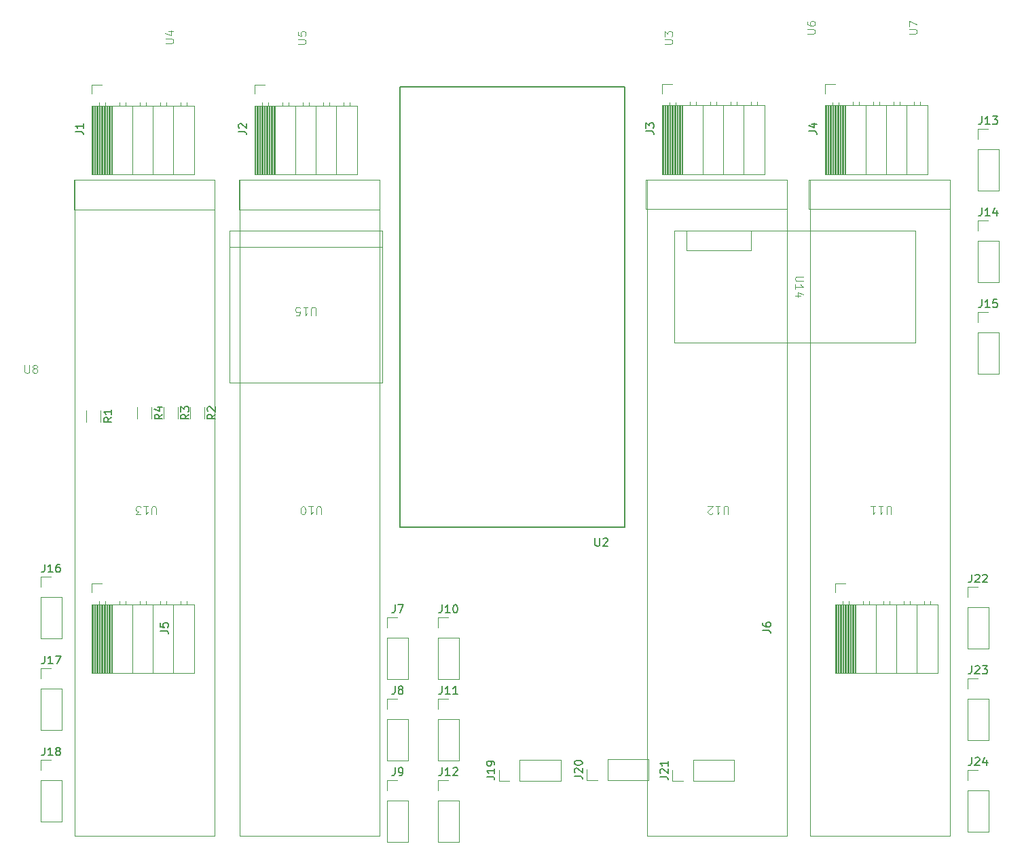
<source format=gbr>
%TF.GenerationSoftware,KiCad,Pcbnew,8.0.5*%
%TF.CreationDate,2024-10-30T17:58:27+01:00*%
%TF.ProjectId,Controller-BMU-Kombi,436f6e74-726f-46c6-9c65-722d424d552d,rev?*%
%TF.SameCoordinates,Original*%
%TF.FileFunction,Legend,Top*%
%TF.FilePolarity,Positive*%
%FSLAX46Y46*%
G04 Gerber Fmt 4.6, Leading zero omitted, Abs format (unit mm)*
G04 Created by KiCad (PCBNEW 8.0.5) date 2024-10-30 17:58:27*
%MOMM*%
%LPD*%
G01*
G04 APERTURE LIST*
%ADD10C,0.150000*%
%ADD11C,0.100000*%
%ADD12C,0.120000*%
%ADD13C,0.127000*%
G04 APERTURE END LIST*
D10*
X133810476Y-127934819D02*
X133810476Y-128649104D01*
X133810476Y-128649104D02*
X133762857Y-128791961D01*
X133762857Y-128791961D02*
X133667619Y-128887200D01*
X133667619Y-128887200D02*
X133524762Y-128934819D01*
X133524762Y-128934819D02*
X133429524Y-128934819D01*
X134810476Y-128934819D02*
X134239048Y-128934819D01*
X134524762Y-128934819D02*
X134524762Y-127934819D01*
X134524762Y-127934819D02*
X134429524Y-128077676D01*
X134429524Y-128077676D02*
X134334286Y-128172914D01*
X134334286Y-128172914D02*
X134239048Y-128220533D01*
X135429524Y-127934819D02*
X135524762Y-127934819D01*
X135524762Y-127934819D02*
X135620000Y-127982438D01*
X135620000Y-127982438D02*
X135667619Y-128030057D01*
X135667619Y-128030057D02*
X135715238Y-128125295D01*
X135715238Y-128125295D02*
X135762857Y-128315771D01*
X135762857Y-128315771D02*
X135762857Y-128553866D01*
X135762857Y-128553866D02*
X135715238Y-128744342D01*
X135715238Y-128744342D02*
X135667619Y-128839580D01*
X135667619Y-128839580D02*
X135620000Y-128887200D01*
X135620000Y-128887200D02*
X135524762Y-128934819D01*
X135524762Y-128934819D02*
X135429524Y-128934819D01*
X135429524Y-128934819D02*
X135334286Y-128887200D01*
X135334286Y-128887200D02*
X135286667Y-128839580D01*
X135286667Y-128839580D02*
X135239048Y-128744342D01*
X135239048Y-128744342D02*
X135191429Y-128553866D01*
X135191429Y-128553866D02*
X135191429Y-128315771D01*
X135191429Y-128315771D02*
X135239048Y-128125295D01*
X135239048Y-128125295D02*
X135286667Y-128030057D01*
X135286667Y-128030057D02*
X135334286Y-127982438D01*
X135334286Y-127982438D02*
X135429524Y-127934819D01*
X133810476Y-148254819D02*
X133810476Y-148969104D01*
X133810476Y-148969104D02*
X133762857Y-149111961D01*
X133762857Y-149111961D02*
X133667619Y-149207200D01*
X133667619Y-149207200D02*
X133524762Y-149254819D01*
X133524762Y-149254819D02*
X133429524Y-149254819D01*
X134810476Y-149254819D02*
X134239048Y-149254819D01*
X134524762Y-149254819D02*
X134524762Y-148254819D01*
X134524762Y-148254819D02*
X134429524Y-148397676D01*
X134429524Y-148397676D02*
X134334286Y-148492914D01*
X134334286Y-148492914D02*
X134239048Y-148540533D01*
X135191429Y-148350057D02*
X135239048Y-148302438D01*
X135239048Y-148302438D02*
X135334286Y-148254819D01*
X135334286Y-148254819D02*
X135572381Y-148254819D01*
X135572381Y-148254819D02*
X135667619Y-148302438D01*
X135667619Y-148302438D02*
X135715238Y-148350057D01*
X135715238Y-148350057D02*
X135762857Y-148445295D01*
X135762857Y-148445295D02*
X135762857Y-148540533D01*
X135762857Y-148540533D02*
X135715238Y-148683390D01*
X135715238Y-148683390D02*
X135143810Y-149254819D01*
X135143810Y-149254819D02*
X135762857Y-149254819D01*
X133810476Y-138094819D02*
X133810476Y-138809104D01*
X133810476Y-138809104D02*
X133762857Y-138951961D01*
X133762857Y-138951961D02*
X133667619Y-139047200D01*
X133667619Y-139047200D02*
X133524762Y-139094819D01*
X133524762Y-139094819D02*
X133429524Y-139094819D01*
X134810476Y-139094819D02*
X134239048Y-139094819D01*
X134524762Y-139094819D02*
X134524762Y-138094819D01*
X134524762Y-138094819D02*
X134429524Y-138237676D01*
X134429524Y-138237676D02*
X134334286Y-138332914D01*
X134334286Y-138332914D02*
X134239048Y-138380533D01*
X135762857Y-139094819D02*
X135191429Y-139094819D01*
X135477143Y-139094819D02*
X135477143Y-138094819D01*
X135477143Y-138094819D02*
X135381905Y-138237676D01*
X135381905Y-138237676D02*
X135286667Y-138332914D01*
X135286667Y-138332914D02*
X135191429Y-138380533D01*
D11*
X118078094Y-91802580D02*
X118078094Y-90993057D01*
X118078094Y-90993057D02*
X118030475Y-90897819D01*
X118030475Y-90897819D02*
X117982856Y-90850200D01*
X117982856Y-90850200D02*
X117887618Y-90802580D01*
X117887618Y-90802580D02*
X117697142Y-90802580D01*
X117697142Y-90802580D02*
X117601904Y-90850200D01*
X117601904Y-90850200D02*
X117554285Y-90897819D01*
X117554285Y-90897819D02*
X117506666Y-90993057D01*
X117506666Y-90993057D02*
X117506666Y-91802580D01*
X116506666Y-90802580D02*
X117078094Y-90802580D01*
X116792380Y-90802580D02*
X116792380Y-91802580D01*
X116792380Y-91802580D02*
X116887618Y-91659723D01*
X116887618Y-91659723D02*
X116982856Y-91564485D01*
X116982856Y-91564485D02*
X117078094Y-91516866D01*
X115601904Y-91802580D02*
X116078094Y-91802580D01*
X116078094Y-91802580D02*
X116125713Y-91326390D01*
X116125713Y-91326390D02*
X116078094Y-91374009D01*
X116078094Y-91374009D02*
X115982856Y-91421628D01*
X115982856Y-91421628D02*
X115744761Y-91421628D01*
X115744761Y-91421628D02*
X115649523Y-91374009D01*
X115649523Y-91374009D02*
X115601904Y-91326390D01*
X115601904Y-91326390D02*
X115554285Y-91231152D01*
X115554285Y-91231152D02*
X115554285Y-90993057D01*
X115554285Y-90993057D02*
X115601904Y-90897819D01*
X115601904Y-90897819D02*
X115649523Y-90850200D01*
X115649523Y-90850200D02*
X115744761Y-90802580D01*
X115744761Y-90802580D02*
X115982856Y-90802580D01*
X115982856Y-90802580D02*
X116078094Y-90850200D01*
X116078094Y-90850200D02*
X116125713Y-90897819D01*
X178842580Y-86981905D02*
X178033057Y-86981905D01*
X178033057Y-86981905D02*
X177937819Y-87029524D01*
X177937819Y-87029524D02*
X177890200Y-87077143D01*
X177890200Y-87077143D02*
X177842580Y-87172381D01*
X177842580Y-87172381D02*
X177842580Y-87362857D01*
X177842580Y-87362857D02*
X177890200Y-87458095D01*
X177890200Y-87458095D02*
X177937819Y-87505714D01*
X177937819Y-87505714D02*
X178033057Y-87553333D01*
X178033057Y-87553333D02*
X178842580Y-87553333D01*
X177842580Y-88553333D02*
X177842580Y-87981905D01*
X177842580Y-88267619D02*
X178842580Y-88267619D01*
X178842580Y-88267619D02*
X178699723Y-88172381D01*
X178699723Y-88172381D02*
X178604485Y-88077143D01*
X178604485Y-88077143D02*
X178556866Y-87981905D01*
X178509247Y-89410476D02*
X177842580Y-89410476D01*
X178890200Y-89172381D02*
X178175914Y-88934286D01*
X178175914Y-88934286D02*
X178175914Y-89553333D01*
D10*
X199850476Y-124139819D02*
X199850476Y-124854104D01*
X199850476Y-124854104D02*
X199802857Y-124996961D01*
X199802857Y-124996961D02*
X199707619Y-125092200D01*
X199707619Y-125092200D02*
X199564762Y-125139819D01*
X199564762Y-125139819D02*
X199469524Y-125139819D01*
X200279048Y-124235057D02*
X200326667Y-124187438D01*
X200326667Y-124187438D02*
X200421905Y-124139819D01*
X200421905Y-124139819D02*
X200660000Y-124139819D01*
X200660000Y-124139819D02*
X200755238Y-124187438D01*
X200755238Y-124187438D02*
X200802857Y-124235057D01*
X200802857Y-124235057D02*
X200850476Y-124330295D01*
X200850476Y-124330295D02*
X200850476Y-124425533D01*
X200850476Y-124425533D02*
X200802857Y-124568390D01*
X200802857Y-124568390D02*
X200231429Y-125139819D01*
X200231429Y-125139819D02*
X200850476Y-125139819D01*
X201231429Y-124235057D02*
X201279048Y-124187438D01*
X201279048Y-124187438D02*
X201374286Y-124139819D01*
X201374286Y-124139819D02*
X201612381Y-124139819D01*
X201612381Y-124139819D02*
X201707619Y-124187438D01*
X201707619Y-124187438D02*
X201755238Y-124235057D01*
X201755238Y-124235057D02*
X201802857Y-124330295D01*
X201802857Y-124330295D02*
X201802857Y-124425533D01*
X201802857Y-124425533D02*
X201755238Y-124568390D01*
X201755238Y-124568390D02*
X201183810Y-125139819D01*
X201183810Y-125139819D02*
X201802857Y-125139819D01*
X160969819Y-149399523D02*
X161684104Y-149399523D01*
X161684104Y-149399523D02*
X161826961Y-149447142D01*
X161826961Y-149447142D02*
X161922200Y-149542380D01*
X161922200Y-149542380D02*
X161969819Y-149685237D01*
X161969819Y-149685237D02*
X161969819Y-149780475D01*
X161065057Y-148970951D02*
X161017438Y-148923332D01*
X161017438Y-148923332D02*
X160969819Y-148828094D01*
X160969819Y-148828094D02*
X160969819Y-148589999D01*
X160969819Y-148589999D02*
X161017438Y-148494761D01*
X161017438Y-148494761D02*
X161065057Y-148447142D01*
X161065057Y-148447142D02*
X161160295Y-148399523D01*
X161160295Y-148399523D02*
X161255533Y-148399523D01*
X161255533Y-148399523D02*
X161398390Y-148447142D01*
X161398390Y-148447142D02*
X161969819Y-149018570D01*
X161969819Y-149018570D02*
X161969819Y-148399523D01*
X161969819Y-147447142D02*
X161969819Y-148018570D01*
X161969819Y-147732856D02*
X160969819Y-147732856D01*
X160969819Y-147732856D02*
X161112676Y-147828094D01*
X161112676Y-147828094D02*
X161207914Y-147923332D01*
X161207914Y-147923332D02*
X161255533Y-148018570D01*
X159224819Y-68833333D02*
X159939104Y-68833333D01*
X159939104Y-68833333D02*
X160081961Y-68880952D01*
X160081961Y-68880952D02*
X160177200Y-68976190D01*
X160177200Y-68976190D02*
X160224819Y-69119047D01*
X160224819Y-69119047D02*
X160224819Y-69214285D01*
X159224819Y-68452380D02*
X159224819Y-67833333D01*
X159224819Y-67833333D02*
X159605771Y-68166666D01*
X159605771Y-68166666D02*
X159605771Y-68023809D01*
X159605771Y-68023809D02*
X159653390Y-67928571D01*
X159653390Y-67928571D02*
X159701009Y-67880952D01*
X159701009Y-67880952D02*
X159796247Y-67833333D01*
X159796247Y-67833333D02*
X160034342Y-67833333D01*
X160034342Y-67833333D02*
X160129580Y-67880952D01*
X160129580Y-67880952D02*
X160177200Y-67928571D01*
X160177200Y-67928571D02*
X160224819Y-68023809D01*
X160224819Y-68023809D02*
X160224819Y-68309523D01*
X160224819Y-68309523D02*
X160177200Y-68404761D01*
X160177200Y-68404761D02*
X160129580Y-68452380D01*
X98969602Y-104164257D02*
X98493411Y-104497590D01*
X98969602Y-104735685D02*
X97969602Y-104735685D01*
X97969602Y-104735685D02*
X97969602Y-104354733D01*
X97969602Y-104354733D02*
X98017221Y-104259495D01*
X98017221Y-104259495D02*
X98064840Y-104211876D01*
X98064840Y-104211876D02*
X98160078Y-104164257D01*
X98160078Y-104164257D02*
X98302935Y-104164257D01*
X98302935Y-104164257D02*
X98398173Y-104211876D01*
X98398173Y-104211876D02*
X98445792Y-104259495D01*
X98445792Y-104259495D02*
X98493411Y-104354733D01*
X98493411Y-104354733D02*
X98493411Y-104735685D01*
X98302935Y-103307114D02*
X98969602Y-103307114D01*
X97921983Y-103545209D02*
X98636268Y-103783304D01*
X98636268Y-103783304D02*
X98636268Y-103164257D01*
D11*
X169483094Y-116612580D02*
X169483094Y-115803057D01*
X169483094Y-115803057D02*
X169435475Y-115707819D01*
X169435475Y-115707819D02*
X169387856Y-115660200D01*
X169387856Y-115660200D02*
X169292618Y-115612580D01*
X169292618Y-115612580D02*
X169102142Y-115612580D01*
X169102142Y-115612580D02*
X169006904Y-115660200D01*
X169006904Y-115660200D02*
X168959285Y-115707819D01*
X168959285Y-115707819D02*
X168911666Y-115803057D01*
X168911666Y-115803057D02*
X168911666Y-116612580D01*
X167911666Y-115612580D02*
X168483094Y-115612580D01*
X168197380Y-115612580D02*
X168197380Y-116612580D01*
X168197380Y-116612580D02*
X168292618Y-116469723D01*
X168292618Y-116469723D02*
X168387856Y-116374485D01*
X168387856Y-116374485D02*
X168483094Y-116326866D01*
X167530713Y-116517342D02*
X167483094Y-116564961D01*
X167483094Y-116564961D02*
X167387856Y-116612580D01*
X167387856Y-116612580D02*
X167149761Y-116612580D01*
X167149761Y-116612580D02*
X167054523Y-116564961D01*
X167054523Y-116564961D02*
X167006904Y-116517342D01*
X167006904Y-116517342D02*
X166959285Y-116422104D01*
X166959285Y-116422104D02*
X166959285Y-116326866D01*
X166959285Y-116326866D02*
X167006904Y-116184009D01*
X167006904Y-116184009D02*
X167578332Y-115612580D01*
X167578332Y-115612580D02*
X166959285Y-115612580D01*
D10*
X84280476Y-145729819D02*
X84280476Y-146444104D01*
X84280476Y-146444104D02*
X84232857Y-146586961D01*
X84232857Y-146586961D02*
X84137619Y-146682200D01*
X84137619Y-146682200D02*
X83994762Y-146729819D01*
X83994762Y-146729819D02*
X83899524Y-146729819D01*
X85280476Y-146729819D02*
X84709048Y-146729819D01*
X84994762Y-146729819D02*
X84994762Y-145729819D01*
X84994762Y-145729819D02*
X84899524Y-145872676D01*
X84899524Y-145872676D02*
X84804286Y-145967914D01*
X84804286Y-145967914D02*
X84709048Y-146015533D01*
X85851905Y-146158390D02*
X85756667Y-146110771D01*
X85756667Y-146110771D02*
X85709048Y-146063152D01*
X85709048Y-146063152D02*
X85661429Y-145967914D01*
X85661429Y-145967914D02*
X85661429Y-145920295D01*
X85661429Y-145920295D02*
X85709048Y-145825057D01*
X85709048Y-145825057D02*
X85756667Y-145777438D01*
X85756667Y-145777438D02*
X85851905Y-145729819D01*
X85851905Y-145729819D02*
X86042381Y-145729819D01*
X86042381Y-145729819D02*
X86137619Y-145777438D01*
X86137619Y-145777438D02*
X86185238Y-145825057D01*
X86185238Y-145825057D02*
X86232857Y-145920295D01*
X86232857Y-145920295D02*
X86232857Y-145967914D01*
X86232857Y-145967914D02*
X86185238Y-146063152D01*
X86185238Y-146063152D02*
X86137619Y-146110771D01*
X86137619Y-146110771D02*
X86042381Y-146158390D01*
X86042381Y-146158390D02*
X85851905Y-146158390D01*
X85851905Y-146158390D02*
X85756667Y-146206009D01*
X85756667Y-146206009D02*
X85709048Y-146253628D01*
X85709048Y-146253628D02*
X85661429Y-146348866D01*
X85661429Y-146348866D02*
X85661429Y-146539342D01*
X85661429Y-146539342D02*
X85709048Y-146634580D01*
X85709048Y-146634580D02*
X85756667Y-146682200D01*
X85756667Y-146682200D02*
X85851905Y-146729819D01*
X85851905Y-146729819D02*
X86042381Y-146729819D01*
X86042381Y-146729819D02*
X86137619Y-146682200D01*
X86137619Y-146682200D02*
X86185238Y-146634580D01*
X86185238Y-146634580D02*
X86232857Y-146539342D01*
X86232857Y-146539342D02*
X86232857Y-146348866D01*
X86232857Y-146348866D02*
X86185238Y-146253628D01*
X86185238Y-146253628D02*
X86137619Y-146206009D01*
X86137619Y-146206009D02*
X86042381Y-146158390D01*
D11*
X192037419Y-56681904D02*
X192846942Y-56681904D01*
X192846942Y-56681904D02*
X192942180Y-56634285D01*
X192942180Y-56634285D02*
X192989800Y-56586666D01*
X192989800Y-56586666D02*
X193037419Y-56491428D01*
X193037419Y-56491428D02*
X193037419Y-56300952D01*
X193037419Y-56300952D02*
X192989800Y-56205714D01*
X192989800Y-56205714D02*
X192942180Y-56158095D01*
X192942180Y-56158095D02*
X192846942Y-56110476D01*
X192846942Y-56110476D02*
X192037419Y-56110476D01*
X192037419Y-55729523D02*
X192037419Y-55062857D01*
X192037419Y-55062857D02*
X193037419Y-55491428D01*
D10*
X88104819Y-68893333D02*
X88819104Y-68893333D01*
X88819104Y-68893333D02*
X88961961Y-68940952D01*
X88961961Y-68940952D02*
X89057200Y-69036190D01*
X89057200Y-69036190D02*
X89104819Y-69179047D01*
X89104819Y-69179047D02*
X89104819Y-69274285D01*
X89104819Y-67893333D02*
X89104819Y-68464761D01*
X89104819Y-68179047D02*
X88104819Y-68179047D01*
X88104819Y-68179047D02*
X88247676Y-68274285D01*
X88247676Y-68274285D02*
X88342914Y-68369523D01*
X88342914Y-68369523D02*
X88390533Y-68464761D01*
X139364819Y-149399523D02*
X140079104Y-149399523D01*
X140079104Y-149399523D02*
X140221961Y-149447142D01*
X140221961Y-149447142D02*
X140317200Y-149542380D01*
X140317200Y-149542380D02*
X140364819Y-149685237D01*
X140364819Y-149685237D02*
X140364819Y-149780475D01*
X140364819Y-148399523D02*
X140364819Y-148970951D01*
X140364819Y-148685237D02*
X139364819Y-148685237D01*
X139364819Y-148685237D02*
X139507676Y-148780475D01*
X139507676Y-148780475D02*
X139602914Y-148875713D01*
X139602914Y-148875713D02*
X139650533Y-148970951D01*
X140364819Y-147923332D02*
X140364819Y-147732856D01*
X140364819Y-147732856D02*
X140317200Y-147637618D01*
X140317200Y-147637618D02*
X140269580Y-147589999D01*
X140269580Y-147589999D02*
X140126723Y-147494761D01*
X140126723Y-147494761D02*
X139936247Y-147447142D01*
X139936247Y-147447142D02*
X139555295Y-147447142D01*
X139555295Y-147447142D02*
X139460057Y-147494761D01*
X139460057Y-147494761D02*
X139412438Y-147542380D01*
X139412438Y-147542380D02*
X139364819Y-147637618D01*
X139364819Y-147637618D02*
X139364819Y-147828094D01*
X139364819Y-147828094D02*
X139412438Y-147923332D01*
X139412438Y-147923332D02*
X139460057Y-147970951D01*
X139460057Y-147970951D02*
X139555295Y-148018570D01*
X139555295Y-148018570D02*
X139793390Y-148018570D01*
X139793390Y-148018570D02*
X139888628Y-147970951D01*
X139888628Y-147970951D02*
X139936247Y-147923332D01*
X139936247Y-147923332D02*
X139983866Y-147828094D01*
X139983866Y-147828094D02*
X139983866Y-147637618D01*
X139983866Y-147637618D02*
X139936247Y-147542380D01*
X139936247Y-147542380D02*
X139888628Y-147494761D01*
X139888628Y-147494761D02*
X139793390Y-147447142D01*
X102259602Y-104164257D02*
X101783411Y-104497590D01*
X102259602Y-104735685D02*
X101259602Y-104735685D01*
X101259602Y-104735685D02*
X101259602Y-104354733D01*
X101259602Y-104354733D02*
X101307221Y-104259495D01*
X101307221Y-104259495D02*
X101354840Y-104211876D01*
X101354840Y-104211876D02*
X101450078Y-104164257D01*
X101450078Y-104164257D02*
X101592935Y-104164257D01*
X101592935Y-104164257D02*
X101688173Y-104211876D01*
X101688173Y-104211876D02*
X101735792Y-104259495D01*
X101735792Y-104259495D02*
X101783411Y-104354733D01*
X101783411Y-104354733D02*
X101783411Y-104735685D01*
X101259602Y-103830923D02*
X101259602Y-103211876D01*
X101259602Y-103211876D02*
X101640554Y-103545209D01*
X101640554Y-103545209D02*
X101640554Y-103402352D01*
X101640554Y-103402352D02*
X101688173Y-103307114D01*
X101688173Y-103307114D02*
X101735792Y-103259495D01*
X101735792Y-103259495D02*
X101831030Y-103211876D01*
X101831030Y-103211876D02*
X102069125Y-103211876D01*
X102069125Y-103211876D02*
X102164363Y-103259495D01*
X102164363Y-103259495D02*
X102211983Y-103307114D01*
X102211983Y-103307114D02*
X102259602Y-103402352D01*
X102259602Y-103402352D02*
X102259602Y-103688066D01*
X102259602Y-103688066D02*
X102211983Y-103783304D01*
X102211983Y-103783304D02*
X102164363Y-103830923D01*
D11*
X161557419Y-57951904D02*
X162366942Y-57951904D01*
X162366942Y-57951904D02*
X162462180Y-57904285D01*
X162462180Y-57904285D02*
X162509800Y-57856666D01*
X162509800Y-57856666D02*
X162557419Y-57761428D01*
X162557419Y-57761428D02*
X162557419Y-57570952D01*
X162557419Y-57570952D02*
X162509800Y-57475714D01*
X162509800Y-57475714D02*
X162462180Y-57428095D01*
X162462180Y-57428095D02*
X162366942Y-57380476D01*
X162366942Y-57380476D02*
X161557419Y-57380476D01*
X161557419Y-56999523D02*
X161557419Y-56380476D01*
X161557419Y-56380476D02*
X161938371Y-56713809D01*
X161938371Y-56713809D02*
X161938371Y-56570952D01*
X161938371Y-56570952D02*
X161985990Y-56475714D01*
X161985990Y-56475714D02*
X162033609Y-56428095D01*
X162033609Y-56428095D02*
X162128847Y-56380476D01*
X162128847Y-56380476D02*
X162366942Y-56380476D01*
X162366942Y-56380476D02*
X162462180Y-56428095D01*
X162462180Y-56428095D02*
X162509800Y-56475714D01*
X162509800Y-56475714D02*
X162557419Y-56570952D01*
X162557419Y-56570952D02*
X162557419Y-56856666D01*
X162557419Y-56856666D02*
X162509800Y-56951904D01*
X162509800Y-56951904D02*
X162462180Y-56999523D01*
X115837419Y-57951904D02*
X116646942Y-57951904D01*
X116646942Y-57951904D02*
X116742180Y-57904285D01*
X116742180Y-57904285D02*
X116789800Y-57856666D01*
X116789800Y-57856666D02*
X116837419Y-57761428D01*
X116837419Y-57761428D02*
X116837419Y-57570952D01*
X116837419Y-57570952D02*
X116789800Y-57475714D01*
X116789800Y-57475714D02*
X116742180Y-57428095D01*
X116742180Y-57428095D02*
X116646942Y-57380476D01*
X116646942Y-57380476D02*
X115837419Y-57380476D01*
X115837419Y-56428095D02*
X115837419Y-56904285D01*
X115837419Y-56904285D02*
X116313609Y-56951904D01*
X116313609Y-56951904D02*
X116265990Y-56904285D01*
X116265990Y-56904285D02*
X116218371Y-56809047D01*
X116218371Y-56809047D02*
X116218371Y-56570952D01*
X116218371Y-56570952D02*
X116265990Y-56475714D01*
X116265990Y-56475714D02*
X116313609Y-56428095D01*
X116313609Y-56428095D02*
X116408847Y-56380476D01*
X116408847Y-56380476D02*
X116646942Y-56380476D01*
X116646942Y-56380476D02*
X116742180Y-56428095D01*
X116742180Y-56428095D02*
X116789800Y-56475714D01*
X116789800Y-56475714D02*
X116837419Y-56570952D01*
X116837419Y-56570952D02*
X116837419Y-56809047D01*
X116837419Y-56809047D02*
X116789800Y-56904285D01*
X116789800Y-56904285D02*
X116742180Y-56951904D01*
D10*
X127936666Y-148254819D02*
X127936666Y-148969104D01*
X127936666Y-148969104D02*
X127889047Y-149111961D01*
X127889047Y-149111961D02*
X127793809Y-149207200D01*
X127793809Y-149207200D02*
X127650952Y-149254819D01*
X127650952Y-149254819D02*
X127555714Y-149254819D01*
X128460476Y-149254819D02*
X128650952Y-149254819D01*
X128650952Y-149254819D02*
X128746190Y-149207200D01*
X128746190Y-149207200D02*
X128793809Y-149159580D01*
X128793809Y-149159580D02*
X128889047Y-149016723D01*
X128889047Y-149016723D02*
X128936666Y-148826247D01*
X128936666Y-148826247D02*
X128936666Y-148445295D01*
X128936666Y-148445295D02*
X128889047Y-148350057D01*
X128889047Y-148350057D02*
X128841428Y-148302438D01*
X128841428Y-148302438D02*
X128746190Y-148254819D01*
X128746190Y-148254819D02*
X128555714Y-148254819D01*
X128555714Y-148254819D02*
X128460476Y-148302438D01*
X128460476Y-148302438D02*
X128412857Y-148350057D01*
X128412857Y-148350057D02*
X128365238Y-148445295D01*
X128365238Y-148445295D02*
X128365238Y-148683390D01*
X128365238Y-148683390D02*
X128412857Y-148778628D01*
X128412857Y-148778628D02*
X128460476Y-148826247D01*
X128460476Y-148826247D02*
X128555714Y-148873866D01*
X128555714Y-148873866D02*
X128746190Y-148873866D01*
X128746190Y-148873866D02*
X128841428Y-148826247D01*
X128841428Y-148826247D02*
X128889047Y-148778628D01*
X128889047Y-148778628D02*
X128936666Y-148683390D01*
X179544819Y-68833333D02*
X180259104Y-68833333D01*
X180259104Y-68833333D02*
X180401961Y-68880952D01*
X180401961Y-68880952D02*
X180497200Y-68976190D01*
X180497200Y-68976190D02*
X180544819Y-69119047D01*
X180544819Y-69119047D02*
X180544819Y-69214285D01*
X179878152Y-67928571D02*
X180544819Y-67928571D01*
X179497200Y-68166666D02*
X180211485Y-68404761D01*
X180211485Y-68404761D02*
X180211485Y-67785714D01*
X150309205Y-149318708D02*
X151023490Y-149318708D01*
X151023490Y-149318708D02*
X151166347Y-149366327D01*
X151166347Y-149366327D02*
X151261586Y-149461565D01*
X151261586Y-149461565D02*
X151309205Y-149604422D01*
X151309205Y-149604422D02*
X151309205Y-149699660D01*
X150404443Y-148890136D02*
X150356824Y-148842517D01*
X150356824Y-148842517D02*
X150309205Y-148747279D01*
X150309205Y-148747279D02*
X150309205Y-148509184D01*
X150309205Y-148509184D02*
X150356824Y-148413946D01*
X150356824Y-148413946D02*
X150404443Y-148366327D01*
X150404443Y-148366327D02*
X150499681Y-148318708D01*
X150499681Y-148318708D02*
X150594919Y-148318708D01*
X150594919Y-148318708D02*
X150737776Y-148366327D01*
X150737776Y-148366327D02*
X151309205Y-148937755D01*
X151309205Y-148937755D02*
X151309205Y-148318708D01*
X150309205Y-147699660D02*
X150309205Y-147604422D01*
X150309205Y-147604422D02*
X150356824Y-147509184D01*
X150356824Y-147509184D02*
X150404443Y-147461565D01*
X150404443Y-147461565D02*
X150499681Y-147413946D01*
X150499681Y-147413946D02*
X150690157Y-147366327D01*
X150690157Y-147366327D02*
X150928252Y-147366327D01*
X150928252Y-147366327D02*
X151118728Y-147413946D01*
X151118728Y-147413946D02*
X151213966Y-147461565D01*
X151213966Y-147461565D02*
X151261586Y-147509184D01*
X151261586Y-147509184D02*
X151309205Y-147604422D01*
X151309205Y-147604422D02*
X151309205Y-147699660D01*
X151309205Y-147699660D02*
X151261586Y-147794898D01*
X151261586Y-147794898D02*
X151213966Y-147842517D01*
X151213966Y-147842517D02*
X151118728Y-147890136D01*
X151118728Y-147890136D02*
X150928252Y-147937755D01*
X150928252Y-147937755D02*
X150690157Y-147937755D01*
X150690157Y-147937755D02*
X150499681Y-147890136D01*
X150499681Y-147890136D02*
X150404443Y-147842517D01*
X150404443Y-147842517D02*
X150356824Y-147794898D01*
X150356824Y-147794898D02*
X150309205Y-147699660D01*
X127936666Y-138094819D02*
X127936666Y-138809104D01*
X127936666Y-138809104D02*
X127889047Y-138951961D01*
X127889047Y-138951961D02*
X127793809Y-139047200D01*
X127793809Y-139047200D02*
X127650952Y-139094819D01*
X127650952Y-139094819D02*
X127555714Y-139094819D01*
X128555714Y-138523390D02*
X128460476Y-138475771D01*
X128460476Y-138475771D02*
X128412857Y-138428152D01*
X128412857Y-138428152D02*
X128365238Y-138332914D01*
X128365238Y-138332914D02*
X128365238Y-138285295D01*
X128365238Y-138285295D02*
X128412857Y-138190057D01*
X128412857Y-138190057D02*
X128460476Y-138142438D01*
X128460476Y-138142438D02*
X128555714Y-138094819D01*
X128555714Y-138094819D02*
X128746190Y-138094819D01*
X128746190Y-138094819D02*
X128841428Y-138142438D01*
X128841428Y-138142438D02*
X128889047Y-138190057D01*
X128889047Y-138190057D02*
X128936666Y-138285295D01*
X128936666Y-138285295D02*
X128936666Y-138332914D01*
X128936666Y-138332914D02*
X128889047Y-138428152D01*
X128889047Y-138428152D02*
X128841428Y-138475771D01*
X128841428Y-138475771D02*
X128746190Y-138523390D01*
X128746190Y-138523390D02*
X128555714Y-138523390D01*
X128555714Y-138523390D02*
X128460476Y-138571009D01*
X128460476Y-138571009D02*
X128412857Y-138618628D01*
X128412857Y-138618628D02*
X128365238Y-138713866D01*
X128365238Y-138713866D02*
X128365238Y-138904342D01*
X128365238Y-138904342D02*
X128412857Y-138999580D01*
X128412857Y-138999580D02*
X128460476Y-139047200D01*
X128460476Y-139047200D02*
X128555714Y-139094819D01*
X128555714Y-139094819D02*
X128746190Y-139094819D01*
X128746190Y-139094819D02*
X128841428Y-139047200D01*
X128841428Y-139047200D02*
X128889047Y-138999580D01*
X128889047Y-138999580D02*
X128936666Y-138904342D01*
X128936666Y-138904342D02*
X128936666Y-138713866D01*
X128936666Y-138713866D02*
X128889047Y-138618628D01*
X128889047Y-138618628D02*
X128841428Y-138571009D01*
X128841428Y-138571009D02*
X128746190Y-138523390D01*
D11*
X81788095Y-98017419D02*
X81788095Y-98826942D01*
X81788095Y-98826942D02*
X81835714Y-98922180D01*
X81835714Y-98922180D02*
X81883333Y-98969800D01*
X81883333Y-98969800D02*
X81978571Y-99017419D01*
X81978571Y-99017419D02*
X82169047Y-99017419D01*
X82169047Y-99017419D02*
X82264285Y-98969800D01*
X82264285Y-98969800D02*
X82311904Y-98922180D01*
X82311904Y-98922180D02*
X82359523Y-98826942D01*
X82359523Y-98826942D02*
X82359523Y-98017419D01*
X82978571Y-98445990D02*
X82883333Y-98398371D01*
X82883333Y-98398371D02*
X82835714Y-98350752D01*
X82835714Y-98350752D02*
X82788095Y-98255514D01*
X82788095Y-98255514D02*
X82788095Y-98207895D01*
X82788095Y-98207895D02*
X82835714Y-98112657D01*
X82835714Y-98112657D02*
X82883333Y-98065038D01*
X82883333Y-98065038D02*
X82978571Y-98017419D01*
X82978571Y-98017419D02*
X83169047Y-98017419D01*
X83169047Y-98017419D02*
X83264285Y-98065038D01*
X83264285Y-98065038D02*
X83311904Y-98112657D01*
X83311904Y-98112657D02*
X83359523Y-98207895D01*
X83359523Y-98207895D02*
X83359523Y-98255514D01*
X83359523Y-98255514D02*
X83311904Y-98350752D01*
X83311904Y-98350752D02*
X83264285Y-98398371D01*
X83264285Y-98398371D02*
X83169047Y-98445990D01*
X83169047Y-98445990D02*
X82978571Y-98445990D01*
X82978571Y-98445990D02*
X82883333Y-98493609D01*
X82883333Y-98493609D02*
X82835714Y-98541228D01*
X82835714Y-98541228D02*
X82788095Y-98636466D01*
X82788095Y-98636466D02*
X82788095Y-98826942D01*
X82788095Y-98826942D02*
X82835714Y-98922180D01*
X82835714Y-98922180D02*
X82883333Y-98969800D01*
X82883333Y-98969800D02*
X82978571Y-99017419D01*
X82978571Y-99017419D02*
X83169047Y-99017419D01*
X83169047Y-99017419D02*
X83264285Y-98969800D01*
X83264285Y-98969800D02*
X83311904Y-98922180D01*
X83311904Y-98922180D02*
X83359523Y-98826942D01*
X83359523Y-98826942D02*
X83359523Y-98636466D01*
X83359523Y-98636466D02*
X83311904Y-98541228D01*
X83311904Y-98541228D02*
X83264285Y-98493609D01*
X83264285Y-98493609D02*
X83169047Y-98445990D01*
X179337419Y-56681904D02*
X180146942Y-56681904D01*
X180146942Y-56681904D02*
X180242180Y-56634285D01*
X180242180Y-56634285D02*
X180289800Y-56586666D01*
X180289800Y-56586666D02*
X180337419Y-56491428D01*
X180337419Y-56491428D02*
X180337419Y-56300952D01*
X180337419Y-56300952D02*
X180289800Y-56205714D01*
X180289800Y-56205714D02*
X180242180Y-56158095D01*
X180242180Y-56158095D02*
X180146942Y-56110476D01*
X180146942Y-56110476D02*
X179337419Y-56110476D01*
X179337419Y-55205714D02*
X179337419Y-55396190D01*
X179337419Y-55396190D02*
X179385038Y-55491428D01*
X179385038Y-55491428D02*
X179432657Y-55539047D01*
X179432657Y-55539047D02*
X179575514Y-55634285D01*
X179575514Y-55634285D02*
X179765990Y-55681904D01*
X179765990Y-55681904D02*
X180146942Y-55681904D01*
X180146942Y-55681904D02*
X180242180Y-55634285D01*
X180242180Y-55634285D02*
X180289800Y-55586666D01*
X180289800Y-55586666D02*
X180337419Y-55491428D01*
X180337419Y-55491428D02*
X180337419Y-55300952D01*
X180337419Y-55300952D02*
X180289800Y-55205714D01*
X180289800Y-55205714D02*
X180242180Y-55158095D01*
X180242180Y-55158095D02*
X180146942Y-55110476D01*
X180146942Y-55110476D02*
X179908847Y-55110476D01*
X179908847Y-55110476D02*
X179813609Y-55158095D01*
X179813609Y-55158095D02*
X179765990Y-55205714D01*
X179765990Y-55205714D02*
X179718371Y-55300952D01*
X179718371Y-55300952D02*
X179718371Y-55491428D01*
X179718371Y-55491428D02*
X179765990Y-55586666D01*
X179765990Y-55586666D02*
X179813609Y-55634285D01*
X179813609Y-55634285D02*
X179908847Y-55681904D01*
X98162877Y-116662671D02*
X98162877Y-115853148D01*
X98162877Y-115853148D02*
X98115258Y-115757910D01*
X98115258Y-115757910D02*
X98067639Y-115710291D01*
X98067639Y-115710291D02*
X97972401Y-115662671D01*
X97972401Y-115662671D02*
X97781925Y-115662671D01*
X97781925Y-115662671D02*
X97686687Y-115710291D01*
X97686687Y-115710291D02*
X97639068Y-115757910D01*
X97639068Y-115757910D02*
X97591449Y-115853148D01*
X97591449Y-115853148D02*
X97591449Y-116662671D01*
X96591449Y-115662671D02*
X97162877Y-115662671D01*
X96877163Y-115662671D02*
X96877163Y-116662671D01*
X96877163Y-116662671D02*
X96972401Y-116519814D01*
X96972401Y-116519814D02*
X97067639Y-116424576D01*
X97067639Y-116424576D02*
X97162877Y-116376957D01*
X96258115Y-116662671D02*
X95639068Y-116662671D01*
X95639068Y-116662671D02*
X95972401Y-116281719D01*
X95972401Y-116281719D02*
X95829544Y-116281719D01*
X95829544Y-116281719D02*
X95734306Y-116234100D01*
X95734306Y-116234100D02*
X95686687Y-116186481D01*
X95686687Y-116186481D02*
X95639068Y-116091243D01*
X95639068Y-116091243D02*
X95639068Y-115853148D01*
X95639068Y-115853148D02*
X95686687Y-115757910D01*
X95686687Y-115757910D02*
X95734306Y-115710291D01*
X95734306Y-115710291D02*
X95829544Y-115662671D01*
X95829544Y-115662671D02*
X96115258Y-115662671D01*
X96115258Y-115662671D02*
X96210496Y-115710291D01*
X96210496Y-115710291D02*
X96258115Y-115757910D01*
X118723094Y-116672580D02*
X118723094Y-115863057D01*
X118723094Y-115863057D02*
X118675475Y-115767819D01*
X118675475Y-115767819D02*
X118627856Y-115720200D01*
X118627856Y-115720200D02*
X118532618Y-115672580D01*
X118532618Y-115672580D02*
X118342142Y-115672580D01*
X118342142Y-115672580D02*
X118246904Y-115720200D01*
X118246904Y-115720200D02*
X118199285Y-115767819D01*
X118199285Y-115767819D02*
X118151666Y-115863057D01*
X118151666Y-115863057D02*
X118151666Y-116672580D01*
X117151666Y-115672580D02*
X117723094Y-115672580D01*
X117437380Y-115672580D02*
X117437380Y-116672580D01*
X117437380Y-116672580D02*
X117532618Y-116529723D01*
X117532618Y-116529723D02*
X117627856Y-116434485D01*
X117627856Y-116434485D02*
X117723094Y-116386866D01*
X116532618Y-116672580D02*
X116437380Y-116672580D01*
X116437380Y-116672580D02*
X116342142Y-116624961D01*
X116342142Y-116624961D02*
X116294523Y-116577342D01*
X116294523Y-116577342D02*
X116246904Y-116482104D01*
X116246904Y-116482104D02*
X116199285Y-116291628D01*
X116199285Y-116291628D02*
X116199285Y-116053533D01*
X116199285Y-116053533D02*
X116246904Y-115863057D01*
X116246904Y-115863057D02*
X116294523Y-115767819D01*
X116294523Y-115767819D02*
X116342142Y-115720200D01*
X116342142Y-115720200D02*
X116437380Y-115672580D01*
X116437380Y-115672580D02*
X116532618Y-115672580D01*
X116532618Y-115672580D02*
X116627856Y-115720200D01*
X116627856Y-115720200D02*
X116675475Y-115767819D01*
X116675475Y-115767819D02*
X116723094Y-115863057D01*
X116723094Y-115863057D02*
X116770713Y-116053533D01*
X116770713Y-116053533D02*
X116770713Y-116291628D01*
X116770713Y-116291628D02*
X116723094Y-116482104D01*
X116723094Y-116482104D02*
X116675475Y-116577342D01*
X116675475Y-116577342D02*
X116627856Y-116624961D01*
X116627856Y-116624961D02*
X116532618Y-116672580D01*
D10*
X108444819Y-68893333D02*
X109159104Y-68893333D01*
X109159104Y-68893333D02*
X109301961Y-68940952D01*
X109301961Y-68940952D02*
X109397200Y-69036190D01*
X109397200Y-69036190D02*
X109444819Y-69179047D01*
X109444819Y-69179047D02*
X109444819Y-69274285D01*
X108540057Y-68464761D02*
X108492438Y-68417142D01*
X108492438Y-68417142D02*
X108444819Y-68321904D01*
X108444819Y-68321904D02*
X108444819Y-68083809D01*
X108444819Y-68083809D02*
X108492438Y-67988571D01*
X108492438Y-67988571D02*
X108540057Y-67940952D01*
X108540057Y-67940952D02*
X108635295Y-67893333D01*
X108635295Y-67893333D02*
X108730533Y-67893333D01*
X108730533Y-67893333D02*
X108873390Y-67940952D01*
X108873390Y-67940952D02*
X109444819Y-68512380D01*
X109444819Y-68512380D02*
X109444819Y-67893333D01*
X92619602Y-104549257D02*
X92143411Y-104882590D01*
X92619602Y-105120685D02*
X91619602Y-105120685D01*
X91619602Y-105120685D02*
X91619602Y-104739733D01*
X91619602Y-104739733D02*
X91667221Y-104644495D01*
X91667221Y-104644495D02*
X91714840Y-104596876D01*
X91714840Y-104596876D02*
X91810078Y-104549257D01*
X91810078Y-104549257D02*
X91952935Y-104549257D01*
X91952935Y-104549257D02*
X92048173Y-104596876D01*
X92048173Y-104596876D02*
X92095792Y-104644495D01*
X92095792Y-104644495D02*
X92143411Y-104739733D01*
X92143411Y-104739733D02*
X92143411Y-105120685D01*
X92619602Y-103596876D02*
X92619602Y-104168304D01*
X92619602Y-103882590D02*
X91619602Y-103882590D01*
X91619602Y-103882590D02*
X91762459Y-103977828D01*
X91762459Y-103977828D02*
X91857697Y-104073066D01*
X91857697Y-104073066D02*
X91905316Y-104168304D01*
X201120476Y-66974819D02*
X201120476Y-67689104D01*
X201120476Y-67689104D02*
X201072857Y-67831961D01*
X201072857Y-67831961D02*
X200977619Y-67927200D01*
X200977619Y-67927200D02*
X200834762Y-67974819D01*
X200834762Y-67974819D02*
X200739524Y-67974819D01*
X202120476Y-67974819D02*
X201549048Y-67974819D01*
X201834762Y-67974819D02*
X201834762Y-66974819D01*
X201834762Y-66974819D02*
X201739524Y-67117676D01*
X201739524Y-67117676D02*
X201644286Y-67212914D01*
X201644286Y-67212914D02*
X201549048Y-67260533D01*
X202453810Y-66974819D02*
X203072857Y-66974819D01*
X203072857Y-66974819D02*
X202739524Y-67355771D01*
X202739524Y-67355771D02*
X202882381Y-67355771D01*
X202882381Y-67355771D02*
X202977619Y-67403390D01*
X202977619Y-67403390D02*
X203025238Y-67451009D01*
X203025238Y-67451009D02*
X203072857Y-67546247D01*
X203072857Y-67546247D02*
X203072857Y-67784342D01*
X203072857Y-67784342D02*
X203025238Y-67879580D01*
X203025238Y-67879580D02*
X202977619Y-67927200D01*
X202977619Y-67927200D02*
X202882381Y-67974819D01*
X202882381Y-67974819D02*
X202596667Y-67974819D01*
X202596667Y-67974819D02*
X202501429Y-67927200D01*
X202501429Y-67927200D02*
X202453810Y-67879580D01*
X199850476Y-135554819D02*
X199850476Y-136269104D01*
X199850476Y-136269104D02*
X199802857Y-136411961D01*
X199802857Y-136411961D02*
X199707619Y-136507200D01*
X199707619Y-136507200D02*
X199564762Y-136554819D01*
X199564762Y-136554819D02*
X199469524Y-136554819D01*
X200279048Y-135650057D02*
X200326667Y-135602438D01*
X200326667Y-135602438D02*
X200421905Y-135554819D01*
X200421905Y-135554819D02*
X200660000Y-135554819D01*
X200660000Y-135554819D02*
X200755238Y-135602438D01*
X200755238Y-135602438D02*
X200802857Y-135650057D01*
X200802857Y-135650057D02*
X200850476Y-135745295D01*
X200850476Y-135745295D02*
X200850476Y-135840533D01*
X200850476Y-135840533D02*
X200802857Y-135983390D01*
X200802857Y-135983390D02*
X200231429Y-136554819D01*
X200231429Y-136554819D02*
X200850476Y-136554819D01*
X201183810Y-135554819D02*
X201802857Y-135554819D01*
X201802857Y-135554819D02*
X201469524Y-135935771D01*
X201469524Y-135935771D02*
X201612381Y-135935771D01*
X201612381Y-135935771D02*
X201707619Y-135983390D01*
X201707619Y-135983390D02*
X201755238Y-136031009D01*
X201755238Y-136031009D02*
X201802857Y-136126247D01*
X201802857Y-136126247D02*
X201802857Y-136364342D01*
X201802857Y-136364342D02*
X201755238Y-136459580D01*
X201755238Y-136459580D02*
X201707619Y-136507200D01*
X201707619Y-136507200D02*
X201612381Y-136554819D01*
X201612381Y-136554819D02*
X201326667Y-136554819D01*
X201326667Y-136554819D02*
X201231429Y-136507200D01*
X201231429Y-136507200D02*
X201183810Y-136459580D01*
D11*
X99327419Y-57871904D02*
X100136942Y-57871904D01*
X100136942Y-57871904D02*
X100232180Y-57824285D01*
X100232180Y-57824285D02*
X100279800Y-57776666D01*
X100279800Y-57776666D02*
X100327419Y-57681428D01*
X100327419Y-57681428D02*
X100327419Y-57490952D01*
X100327419Y-57490952D02*
X100279800Y-57395714D01*
X100279800Y-57395714D02*
X100232180Y-57348095D01*
X100232180Y-57348095D02*
X100136942Y-57300476D01*
X100136942Y-57300476D02*
X99327419Y-57300476D01*
X99660752Y-56395714D02*
X100327419Y-56395714D01*
X99279800Y-56633809D02*
X99994085Y-56871904D01*
X99994085Y-56871904D02*
X99994085Y-56252857D01*
D10*
X105549602Y-104164257D02*
X105073411Y-104497590D01*
X105549602Y-104735685D02*
X104549602Y-104735685D01*
X104549602Y-104735685D02*
X104549602Y-104354733D01*
X104549602Y-104354733D02*
X104597221Y-104259495D01*
X104597221Y-104259495D02*
X104644840Y-104211876D01*
X104644840Y-104211876D02*
X104740078Y-104164257D01*
X104740078Y-104164257D02*
X104882935Y-104164257D01*
X104882935Y-104164257D02*
X104978173Y-104211876D01*
X104978173Y-104211876D02*
X105025792Y-104259495D01*
X105025792Y-104259495D02*
X105073411Y-104354733D01*
X105073411Y-104354733D02*
X105073411Y-104735685D01*
X104644840Y-103783304D02*
X104597221Y-103735685D01*
X104597221Y-103735685D02*
X104549602Y-103640447D01*
X104549602Y-103640447D02*
X104549602Y-103402352D01*
X104549602Y-103402352D02*
X104597221Y-103307114D01*
X104597221Y-103307114D02*
X104644840Y-103259495D01*
X104644840Y-103259495D02*
X104740078Y-103211876D01*
X104740078Y-103211876D02*
X104835316Y-103211876D01*
X104835316Y-103211876D02*
X104978173Y-103259495D01*
X104978173Y-103259495D02*
X105549602Y-103830923D01*
X105549602Y-103830923D02*
X105549602Y-103211876D01*
X84280476Y-134299819D02*
X84280476Y-135014104D01*
X84280476Y-135014104D02*
X84232857Y-135156961D01*
X84232857Y-135156961D02*
X84137619Y-135252200D01*
X84137619Y-135252200D02*
X83994762Y-135299819D01*
X83994762Y-135299819D02*
X83899524Y-135299819D01*
X85280476Y-135299819D02*
X84709048Y-135299819D01*
X84994762Y-135299819D02*
X84994762Y-134299819D01*
X84994762Y-134299819D02*
X84899524Y-134442676D01*
X84899524Y-134442676D02*
X84804286Y-134537914D01*
X84804286Y-134537914D02*
X84709048Y-134585533D01*
X85613810Y-134299819D02*
X86280476Y-134299819D01*
X86280476Y-134299819D02*
X85851905Y-135299819D01*
X201120476Y-89834819D02*
X201120476Y-90549104D01*
X201120476Y-90549104D02*
X201072857Y-90691961D01*
X201072857Y-90691961D02*
X200977619Y-90787200D01*
X200977619Y-90787200D02*
X200834762Y-90834819D01*
X200834762Y-90834819D02*
X200739524Y-90834819D01*
X202120476Y-90834819D02*
X201549048Y-90834819D01*
X201834762Y-90834819D02*
X201834762Y-89834819D01*
X201834762Y-89834819D02*
X201739524Y-89977676D01*
X201739524Y-89977676D02*
X201644286Y-90072914D01*
X201644286Y-90072914D02*
X201549048Y-90120533D01*
X203025238Y-89834819D02*
X202549048Y-89834819D01*
X202549048Y-89834819D02*
X202501429Y-90311009D01*
X202501429Y-90311009D02*
X202549048Y-90263390D01*
X202549048Y-90263390D02*
X202644286Y-90215771D01*
X202644286Y-90215771D02*
X202882381Y-90215771D01*
X202882381Y-90215771D02*
X202977619Y-90263390D01*
X202977619Y-90263390D02*
X203025238Y-90311009D01*
X203025238Y-90311009D02*
X203072857Y-90406247D01*
X203072857Y-90406247D02*
X203072857Y-90644342D01*
X203072857Y-90644342D02*
X203025238Y-90739580D01*
X203025238Y-90739580D02*
X202977619Y-90787200D01*
X202977619Y-90787200D02*
X202882381Y-90834819D01*
X202882381Y-90834819D02*
X202644286Y-90834819D01*
X202644286Y-90834819D02*
X202549048Y-90787200D01*
X202549048Y-90787200D02*
X202501429Y-90739580D01*
X199850476Y-146984819D02*
X199850476Y-147699104D01*
X199850476Y-147699104D02*
X199802857Y-147841961D01*
X199802857Y-147841961D02*
X199707619Y-147937200D01*
X199707619Y-147937200D02*
X199564762Y-147984819D01*
X199564762Y-147984819D02*
X199469524Y-147984819D01*
X200279048Y-147080057D02*
X200326667Y-147032438D01*
X200326667Y-147032438D02*
X200421905Y-146984819D01*
X200421905Y-146984819D02*
X200660000Y-146984819D01*
X200660000Y-146984819D02*
X200755238Y-147032438D01*
X200755238Y-147032438D02*
X200802857Y-147080057D01*
X200802857Y-147080057D02*
X200850476Y-147175295D01*
X200850476Y-147175295D02*
X200850476Y-147270533D01*
X200850476Y-147270533D02*
X200802857Y-147413390D01*
X200802857Y-147413390D02*
X200231429Y-147984819D01*
X200231429Y-147984819D02*
X200850476Y-147984819D01*
X201707619Y-147318152D02*
X201707619Y-147984819D01*
X201469524Y-146937200D02*
X201231429Y-147651485D01*
X201231429Y-147651485D02*
X201850476Y-147651485D01*
X201120476Y-78404819D02*
X201120476Y-79119104D01*
X201120476Y-79119104D02*
X201072857Y-79261961D01*
X201072857Y-79261961D02*
X200977619Y-79357200D01*
X200977619Y-79357200D02*
X200834762Y-79404819D01*
X200834762Y-79404819D02*
X200739524Y-79404819D01*
X202120476Y-79404819D02*
X201549048Y-79404819D01*
X201834762Y-79404819D02*
X201834762Y-78404819D01*
X201834762Y-78404819D02*
X201739524Y-78547676D01*
X201739524Y-78547676D02*
X201644286Y-78642914D01*
X201644286Y-78642914D02*
X201549048Y-78690533D01*
X202977619Y-78738152D02*
X202977619Y-79404819D01*
X202739524Y-78357200D02*
X202501429Y-79071485D01*
X202501429Y-79071485D02*
X203120476Y-79071485D01*
X98669602Y-131173424D02*
X99383887Y-131173424D01*
X99383887Y-131173424D02*
X99526744Y-131221043D01*
X99526744Y-131221043D02*
X99621983Y-131316281D01*
X99621983Y-131316281D02*
X99669602Y-131459138D01*
X99669602Y-131459138D02*
X99669602Y-131554376D01*
X98669602Y-130221043D02*
X98669602Y-130697233D01*
X98669602Y-130697233D02*
X99145792Y-130744852D01*
X99145792Y-130744852D02*
X99098173Y-130697233D01*
X99098173Y-130697233D02*
X99050554Y-130601995D01*
X99050554Y-130601995D02*
X99050554Y-130363900D01*
X99050554Y-130363900D02*
X99098173Y-130268662D01*
X99098173Y-130268662D02*
X99145792Y-130221043D01*
X99145792Y-130221043D02*
X99241030Y-130173424D01*
X99241030Y-130173424D02*
X99479125Y-130173424D01*
X99479125Y-130173424D02*
X99574363Y-130221043D01*
X99574363Y-130221043D02*
X99621983Y-130268662D01*
X99621983Y-130268662D02*
X99669602Y-130363900D01*
X99669602Y-130363900D02*
X99669602Y-130601995D01*
X99669602Y-130601995D02*
X99621983Y-130697233D01*
X99621983Y-130697233D02*
X99574363Y-130744852D01*
D11*
X189803094Y-116612580D02*
X189803094Y-115803057D01*
X189803094Y-115803057D02*
X189755475Y-115707819D01*
X189755475Y-115707819D02*
X189707856Y-115660200D01*
X189707856Y-115660200D02*
X189612618Y-115612580D01*
X189612618Y-115612580D02*
X189422142Y-115612580D01*
X189422142Y-115612580D02*
X189326904Y-115660200D01*
X189326904Y-115660200D02*
X189279285Y-115707819D01*
X189279285Y-115707819D02*
X189231666Y-115803057D01*
X189231666Y-115803057D02*
X189231666Y-116612580D01*
X188231666Y-115612580D02*
X188803094Y-115612580D01*
X188517380Y-115612580D02*
X188517380Y-116612580D01*
X188517380Y-116612580D02*
X188612618Y-116469723D01*
X188612618Y-116469723D02*
X188707856Y-116374485D01*
X188707856Y-116374485D02*
X188803094Y-116326866D01*
X187279285Y-115612580D02*
X187850713Y-115612580D01*
X187564999Y-115612580D02*
X187564999Y-116612580D01*
X187564999Y-116612580D02*
X187660237Y-116469723D01*
X187660237Y-116469723D02*
X187755475Y-116374485D01*
X187755475Y-116374485D02*
X187850713Y-116326866D01*
D10*
X127936666Y-127934819D02*
X127936666Y-128649104D01*
X127936666Y-128649104D02*
X127889047Y-128791961D01*
X127889047Y-128791961D02*
X127793809Y-128887200D01*
X127793809Y-128887200D02*
X127650952Y-128934819D01*
X127650952Y-128934819D02*
X127555714Y-128934819D01*
X128317619Y-127934819D02*
X128984285Y-127934819D01*
X128984285Y-127934819D02*
X128555714Y-128934819D01*
X84280476Y-122869819D02*
X84280476Y-123584104D01*
X84280476Y-123584104D02*
X84232857Y-123726961D01*
X84232857Y-123726961D02*
X84137619Y-123822200D01*
X84137619Y-123822200D02*
X83994762Y-123869819D01*
X83994762Y-123869819D02*
X83899524Y-123869819D01*
X85280476Y-123869819D02*
X84709048Y-123869819D01*
X84994762Y-123869819D02*
X84994762Y-122869819D01*
X84994762Y-122869819D02*
X84899524Y-123012676D01*
X84899524Y-123012676D02*
X84804286Y-123107914D01*
X84804286Y-123107914D02*
X84709048Y-123155533D01*
X86137619Y-122869819D02*
X85947143Y-122869819D01*
X85947143Y-122869819D02*
X85851905Y-122917438D01*
X85851905Y-122917438D02*
X85804286Y-122965057D01*
X85804286Y-122965057D02*
X85709048Y-123107914D01*
X85709048Y-123107914D02*
X85661429Y-123298390D01*
X85661429Y-123298390D02*
X85661429Y-123679342D01*
X85661429Y-123679342D02*
X85709048Y-123774580D01*
X85709048Y-123774580D02*
X85756667Y-123822200D01*
X85756667Y-123822200D02*
X85851905Y-123869819D01*
X85851905Y-123869819D02*
X86042381Y-123869819D01*
X86042381Y-123869819D02*
X86137619Y-123822200D01*
X86137619Y-123822200D02*
X86185238Y-123774580D01*
X86185238Y-123774580D02*
X86232857Y-123679342D01*
X86232857Y-123679342D02*
X86232857Y-123441247D01*
X86232857Y-123441247D02*
X86185238Y-123346009D01*
X86185238Y-123346009D02*
X86137619Y-123298390D01*
X86137619Y-123298390D02*
X86042381Y-123250771D01*
X86042381Y-123250771D02*
X85851905Y-123250771D01*
X85851905Y-123250771D02*
X85756667Y-123298390D01*
X85756667Y-123298390D02*
X85709048Y-123346009D01*
X85709048Y-123346009D02*
X85661429Y-123441247D01*
X173799819Y-131123333D02*
X174514104Y-131123333D01*
X174514104Y-131123333D02*
X174656961Y-131170952D01*
X174656961Y-131170952D02*
X174752200Y-131266190D01*
X174752200Y-131266190D02*
X174799819Y-131409047D01*
X174799819Y-131409047D02*
X174799819Y-131504285D01*
X173799819Y-130218571D02*
X173799819Y-130409047D01*
X173799819Y-130409047D02*
X173847438Y-130504285D01*
X173847438Y-130504285D02*
X173895057Y-130551904D01*
X173895057Y-130551904D02*
X174037914Y-130647142D01*
X174037914Y-130647142D02*
X174228390Y-130694761D01*
X174228390Y-130694761D02*
X174609342Y-130694761D01*
X174609342Y-130694761D02*
X174704580Y-130647142D01*
X174704580Y-130647142D02*
X174752200Y-130599523D01*
X174752200Y-130599523D02*
X174799819Y-130504285D01*
X174799819Y-130504285D02*
X174799819Y-130313809D01*
X174799819Y-130313809D02*
X174752200Y-130218571D01*
X174752200Y-130218571D02*
X174704580Y-130170952D01*
X174704580Y-130170952D02*
X174609342Y-130123333D01*
X174609342Y-130123333D02*
X174371247Y-130123333D01*
X174371247Y-130123333D02*
X174276009Y-130170952D01*
X174276009Y-130170952D02*
X174228390Y-130218571D01*
X174228390Y-130218571D02*
X174180771Y-130313809D01*
X174180771Y-130313809D02*
X174180771Y-130504285D01*
X174180771Y-130504285D02*
X174228390Y-130599523D01*
X174228390Y-130599523D02*
X174276009Y-130647142D01*
X174276009Y-130647142D02*
X174371247Y-130694761D01*
X152898095Y-119629819D02*
X152898095Y-120439342D01*
X152898095Y-120439342D02*
X152945714Y-120534580D01*
X152945714Y-120534580D02*
X152993333Y-120582200D01*
X152993333Y-120582200D02*
X153088571Y-120629819D01*
X153088571Y-120629819D02*
X153279047Y-120629819D01*
X153279047Y-120629819D02*
X153374285Y-120582200D01*
X153374285Y-120582200D02*
X153421904Y-120534580D01*
X153421904Y-120534580D02*
X153469523Y-120439342D01*
X153469523Y-120439342D02*
X153469523Y-119629819D01*
X153898095Y-119725057D02*
X153945714Y-119677438D01*
X153945714Y-119677438D02*
X154040952Y-119629819D01*
X154040952Y-119629819D02*
X154279047Y-119629819D01*
X154279047Y-119629819D02*
X154374285Y-119677438D01*
X154374285Y-119677438D02*
X154421904Y-119725057D01*
X154421904Y-119725057D02*
X154469523Y-119820295D01*
X154469523Y-119820295D02*
X154469523Y-119915533D01*
X154469523Y-119915533D02*
X154421904Y-120058390D01*
X154421904Y-120058390D02*
X153850476Y-120629819D01*
X153850476Y-120629819D02*
X154469523Y-120629819D01*
D12*
%TO.C,J10*%
X133290000Y-129480000D02*
X134620000Y-129480000D01*
X133290000Y-130810000D02*
X133290000Y-129480000D01*
X133290000Y-132080000D02*
X133290000Y-137220000D01*
X133290000Y-132080000D02*
X135950000Y-132080000D01*
X133290000Y-137220000D02*
X135950000Y-137220000D01*
X135950000Y-132080000D02*
X135950000Y-137220000D01*
%TO.C,J12*%
X133290000Y-149800000D02*
X134620000Y-149800000D01*
X133290000Y-151130000D02*
X133290000Y-149800000D01*
X133290000Y-152400000D02*
X133290000Y-157540000D01*
X133290000Y-152400000D02*
X135950000Y-152400000D01*
X133290000Y-157540000D02*
X135950000Y-157540000D01*
X135950000Y-152400000D02*
X135950000Y-157540000D01*
%TO.C,J11*%
X133290000Y-139640000D02*
X134620000Y-139640000D01*
X133290000Y-140970000D02*
X133290000Y-139640000D01*
X133290000Y-142240000D02*
X133290000Y-147380000D01*
X133290000Y-142240000D02*
X135950000Y-142240000D01*
X133290000Y-147380000D02*
X135950000Y-147380000D01*
X135950000Y-142240000D02*
X135950000Y-147380000D01*
%TO.C,U15*%
D11*
X126340000Y-100260000D02*
X107340000Y-100260000D01*
X107340000Y-81260000D01*
X126340000Y-81260000D01*
X126340000Y-100260000D01*
X126340000Y-83260000D02*
X107340000Y-83260000D01*
X107340000Y-81260000D01*
X126340000Y-81260000D01*
X126340000Y-83260000D01*
%TO.C,U14*%
X172300000Y-81220000D02*
X164300000Y-81220000D01*
X164300000Y-83720000D01*
X172300000Y-83720000D01*
X172300000Y-81220000D01*
X192800000Y-81220000D02*
X162800000Y-81220000D01*
X162800000Y-95220000D01*
X192800000Y-95220000D01*
X192800000Y-81220000D01*
D12*
%TO.C,J22*%
X199330000Y-125685000D02*
X200660000Y-125685000D01*
X199330000Y-127015000D02*
X199330000Y-125685000D01*
X199330000Y-128285000D02*
X199330000Y-133425000D01*
X199330000Y-128285000D02*
X201990000Y-128285000D01*
X199330000Y-133425000D02*
X201990000Y-133425000D01*
X201990000Y-128285000D02*
X201990000Y-133425000D01*
%TO.C,J21*%
X165115000Y-147260000D02*
X170255000Y-147260000D01*
X170255000Y-149920000D02*
X170255000Y-147260000D01*
X165115000Y-149920000D02*
X165115000Y-147260000D01*
X165115000Y-149920000D02*
X170255000Y-149920000D01*
X163845000Y-149920000D02*
X162515000Y-149920000D01*
X162515000Y-149920000D02*
X162515000Y-148590000D01*
%TO.C,J3*%
X161210000Y-63010000D02*
X162540000Y-63010000D01*
X161210000Y-64120000D02*
X161210000Y-63010000D01*
X161210000Y-65580000D02*
X174030000Y-65580000D01*
X161210000Y-74210000D02*
X161210000Y-65580000D01*
X161210000Y-74210000D02*
X174030000Y-74210000D01*
X161330000Y-74210000D02*
X161330000Y-65580000D01*
X161448095Y-74210000D02*
X161448095Y-65580000D01*
X161566190Y-74210000D02*
X161566190Y-65580000D01*
X161684285Y-74210000D02*
X161684285Y-65580000D01*
X161802380Y-74210000D02*
X161802380Y-65580000D01*
X161920475Y-74210000D02*
X161920475Y-65580000D01*
X162038570Y-74210000D02*
X162038570Y-65580000D01*
X162156665Y-74210000D02*
X162156665Y-65580000D01*
X162180000Y-65580000D02*
X162180000Y-65230000D01*
X162274760Y-74210000D02*
X162274760Y-65580000D01*
X162392855Y-74210000D02*
X162392855Y-65580000D01*
X162510950Y-74210000D02*
X162510950Y-65580000D01*
X162629045Y-74210000D02*
X162629045Y-65580000D01*
X162747140Y-74210000D02*
X162747140Y-65580000D01*
X162865235Y-74210000D02*
X162865235Y-65580000D01*
X162900000Y-65580000D02*
X162900000Y-65230000D01*
X162983330Y-74210000D02*
X162983330Y-65580000D01*
X163101425Y-74210000D02*
X163101425Y-65580000D01*
X163219520Y-74210000D02*
X163219520Y-65580000D01*
X163337615Y-74210000D02*
X163337615Y-65580000D01*
X163455710Y-74210000D02*
X163455710Y-65580000D01*
X163573805Y-74210000D02*
X163573805Y-65580000D01*
X163691900Y-74210000D02*
X163691900Y-65580000D01*
X163810000Y-74210000D02*
X163810000Y-65580000D01*
X164720000Y-65580000D02*
X164720000Y-65170000D01*
X165440000Y-65580000D02*
X165440000Y-65170000D01*
X166350000Y-74210000D02*
X166350000Y-65580000D01*
X167260000Y-65580000D02*
X167260000Y-65170000D01*
X167980000Y-65580000D02*
X167980000Y-65170000D01*
X168890000Y-74210000D02*
X168890000Y-65580000D01*
X169800000Y-65580000D02*
X169800000Y-65170000D01*
X170520000Y-65580000D02*
X170520000Y-65170000D01*
X171430000Y-74210000D02*
X171430000Y-65580000D01*
X172340000Y-65580000D02*
X172340000Y-65170000D01*
X173060000Y-65580000D02*
X173060000Y-65170000D01*
X174030000Y-74210000D02*
X174030000Y-65580000D01*
%TO.C,R4*%
X95784783Y-103270527D02*
X95784783Y-104724655D01*
X97604783Y-103270527D02*
X97604783Y-104724655D01*
%TO.C,U12*%
D11*
X176795000Y-78570000D02*
X159245000Y-78570000D01*
X159245000Y-74885000D01*
X176795000Y-74885000D01*
X176795000Y-78570000D01*
X176795000Y-156760000D02*
X159355000Y-156760000D01*
X159355000Y-74885000D01*
X176795000Y-74885000D01*
X176795000Y-156760000D01*
D12*
%TO.C,J18*%
X83760000Y-147275000D02*
X85090000Y-147275000D01*
X83760000Y-148605000D02*
X83760000Y-147275000D01*
X83760000Y-149875000D02*
X83760000Y-155015000D01*
X83760000Y-149875000D02*
X86420000Y-149875000D01*
X83760000Y-155015000D02*
X86420000Y-155015000D01*
X86420000Y-149875000D02*
X86420000Y-155015000D01*
%TO.C,J1*%
X90090000Y-63070000D02*
X91420000Y-63070000D01*
X90090000Y-64180000D02*
X90090000Y-63070000D01*
X90090000Y-65640000D02*
X102910000Y-65640000D01*
X90090000Y-74270000D02*
X90090000Y-65640000D01*
X90090000Y-74270000D02*
X102910000Y-74270000D01*
X90210000Y-74270000D02*
X90210000Y-65640000D01*
X90328095Y-74270000D02*
X90328095Y-65640000D01*
X90446190Y-74270000D02*
X90446190Y-65640000D01*
X90564285Y-74270000D02*
X90564285Y-65640000D01*
X90682380Y-74270000D02*
X90682380Y-65640000D01*
X90800475Y-74270000D02*
X90800475Y-65640000D01*
X90918570Y-74270000D02*
X90918570Y-65640000D01*
X91036665Y-74270000D02*
X91036665Y-65640000D01*
X91060000Y-65640000D02*
X91060000Y-65290000D01*
X91154760Y-74270000D02*
X91154760Y-65640000D01*
X91272855Y-74270000D02*
X91272855Y-65640000D01*
X91390950Y-74270000D02*
X91390950Y-65640000D01*
X91509045Y-74270000D02*
X91509045Y-65640000D01*
X91627140Y-74270000D02*
X91627140Y-65640000D01*
X91745235Y-74270000D02*
X91745235Y-65640000D01*
X91780000Y-65640000D02*
X91780000Y-65290000D01*
X91863330Y-74270000D02*
X91863330Y-65640000D01*
X91981425Y-74270000D02*
X91981425Y-65640000D01*
X92099520Y-74270000D02*
X92099520Y-65640000D01*
X92217615Y-74270000D02*
X92217615Y-65640000D01*
X92335710Y-74270000D02*
X92335710Y-65640000D01*
X92453805Y-74270000D02*
X92453805Y-65640000D01*
X92571900Y-74270000D02*
X92571900Y-65640000D01*
X92690000Y-74270000D02*
X92690000Y-65640000D01*
X93600000Y-65640000D02*
X93600000Y-65230000D01*
X94320000Y-65640000D02*
X94320000Y-65230000D01*
X95230000Y-74270000D02*
X95230000Y-65640000D01*
X96140000Y-65640000D02*
X96140000Y-65230000D01*
X96860000Y-65640000D02*
X96860000Y-65230000D01*
X97770000Y-74270000D02*
X97770000Y-65640000D01*
X98680000Y-65640000D02*
X98680000Y-65230000D01*
X99400000Y-65640000D02*
X99400000Y-65230000D01*
X100310000Y-74270000D02*
X100310000Y-65640000D01*
X101220000Y-65640000D02*
X101220000Y-65230000D01*
X101940000Y-65640000D02*
X101940000Y-65230000D01*
X102910000Y-74270000D02*
X102910000Y-65640000D01*
%TO.C,J19*%
X143510000Y-147260000D02*
X148650000Y-147260000D01*
X148650000Y-149920000D02*
X148650000Y-147260000D01*
X143510000Y-149920000D02*
X143510000Y-147260000D01*
X143510000Y-149920000D02*
X148650000Y-149920000D01*
X142240000Y-149920000D02*
X140910000Y-149920000D01*
X140910000Y-149920000D02*
X140910000Y-148590000D01*
%TO.C,R3*%
X99074783Y-103270527D02*
X99074783Y-104724655D01*
X100894783Y-103270527D02*
X100894783Y-104724655D01*
%TO.C,J9*%
X129600000Y-152400000D02*
X129600000Y-157540000D01*
X126940000Y-157540000D02*
X129600000Y-157540000D01*
X126940000Y-152400000D02*
X129600000Y-152400000D01*
X126940000Y-152400000D02*
X126940000Y-157540000D01*
X126940000Y-151130000D02*
X126940000Y-149800000D01*
X126940000Y-149800000D02*
X128270000Y-149800000D01*
%TO.C,J4*%
X181530000Y-63010000D02*
X182860000Y-63010000D01*
X181530000Y-64120000D02*
X181530000Y-63010000D01*
X181530000Y-65580000D02*
X194350000Y-65580000D01*
X181530000Y-74210000D02*
X181530000Y-65580000D01*
X181530000Y-74210000D02*
X194350000Y-74210000D01*
X181650000Y-74210000D02*
X181650000Y-65580000D01*
X181768095Y-74210000D02*
X181768095Y-65580000D01*
X181886190Y-74210000D02*
X181886190Y-65580000D01*
X182004285Y-74210000D02*
X182004285Y-65580000D01*
X182122380Y-74210000D02*
X182122380Y-65580000D01*
X182240475Y-74210000D02*
X182240475Y-65580000D01*
X182358570Y-74210000D02*
X182358570Y-65580000D01*
X182476665Y-74210000D02*
X182476665Y-65580000D01*
X182500000Y-65580000D02*
X182500000Y-65230000D01*
X182594760Y-74210000D02*
X182594760Y-65580000D01*
X182712855Y-74210000D02*
X182712855Y-65580000D01*
X182830950Y-74210000D02*
X182830950Y-65580000D01*
X182949045Y-74210000D02*
X182949045Y-65580000D01*
X183067140Y-74210000D02*
X183067140Y-65580000D01*
X183185235Y-74210000D02*
X183185235Y-65580000D01*
X183220000Y-65580000D02*
X183220000Y-65230000D01*
X183303330Y-74210000D02*
X183303330Y-65580000D01*
X183421425Y-74210000D02*
X183421425Y-65580000D01*
X183539520Y-74210000D02*
X183539520Y-65580000D01*
X183657615Y-74210000D02*
X183657615Y-65580000D01*
X183775710Y-74210000D02*
X183775710Y-65580000D01*
X183893805Y-74210000D02*
X183893805Y-65580000D01*
X184011900Y-74210000D02*
X184011900Y-65580000D01*
X184130000Y-74210000D02*
X184130000Y-65580000D01*
X185040000Y-65580000D02*
X185040000Y-65170000D01*
X185760000Y-65580000D02*
X185760000Y-65170000D01*
X186670000Y-74210000D02*
X186670000Y-65580000D01*
X187580000Y-65580000D02*
X187580000Y-65170000D01*
X188300000Y-65580000D02*
X188300000Y-65170000D01*
X189210000Y-74210000D02*
X189210000Y-65580000D01*
X190120000Y-65580000D02*
X190120000Y-65170000D01*
X190840000Y-65580000D02*
X190840000Y-65170000D01*
X191750000Y-74210000D02*
X191750000Y-65580000D01*
X192660000Y-65580000D02*
X192660000Y-65170000D01*
X193380000Y-65580000D02*
X193380000Y-65170000D01*
X194350000Y-74210000D02*
X194350000Y-65580000D01*
%TO.C,J20*%
X154454386Y-147179185D02*
X159594386Y-147179185D01*
X159594386Y-149839185D02*
X159594386Y-147179185D01*
X154454386Y-149839185D02*
X154454386Y-147179185D01*
X154454386Y-149839185D02*
X159594386Y-149839185D01*
X153184386Y-149839185D02*
X151854386Y-149839185D01*
X151854386Y-149839185D02*
X151854386Y-148509185D01*
%TO.C,J8*%
X129600000Y-142240000D02*
X129600000Y-147380000D01*
X126940000Y-147380000D02*
X129600000Y-147380000D01*
X126940000Y-142240000D02*
X129600000Y-142240000D01*
X126940000Y-142240000D02*
X126940000Y-147380000D01*
X126940000Y-140970000D02*
X126940000Y-139640000D01*
X126940000Y-139640000D02*
X128270000Y-139640000D01*
%TO.C,U13*%
D11*
X105474783Y-78620091D02*
X87924783Y-78620091D01*
X87924783Y-74935091D01*
X105474783Y-74935091D01*
X105474783Y-78620091D01*
X105474783Y-156810091D02*
X88034783Y-156810091D01*
X88034783Y-74935091D01*
X105474783Y-74935091D01*
X105474783Y-156810091D01*
%TO.C,U10*%
X126035000Y-156820000D02*
X108595000Y-156820000D01*
X108595000Y-74945000D01*
X126035000Y-74945000D01*
X126035000Y-156820000D01*
X126035000Y-78630000D02*
X108485000Y-78630000D01*
X108485000Y-74945000D01*
X126035000Y-74945000D01*
X126035000Y-78630000D01*
D12*
%TO.C,J2*%
X110430000Y-63070000D02*
X111760000Y-63070000D01*
X110430000Y-64180000D02*
X110430000Y-63070000D01*
X110430000Y-65640000D02*
X123250000Y-65640000D01*
X110430000Y-74270000D02*
X110430000Y-65640000D01*
X110430000Y-74270000D02*
X123250000Y-74270000D01*
X110550000Y-74270000D02*
X110550000Y-65640000D01*
X110668095Y-74270000D02*
X110668095Y-65640000D01*
X110786190Y-74270000D02*
X110786190Y-65640000D01*
X110904285Y-74270000D02*
X110904285Y-65640000D01*
X111022380Y-74270000D02*
X111022380Y-65640000D01*
X111140475Y-74270000D02*
X111140475Y-65640000D01*
X111258570Y-74270000D02*
X111258570Y-65640000D01*
X111376665Y-74270000D02*
X111376665Y-65640000D01*
X111400000Y-65640000D02*
X111400000Y-65290000D01*
X111494760Y-74270000D02*
X111494760Y-65640000D01*
X111612855Y-74270000D02*
X111612855Y-65640000D01*
X111730950Y-74270000D02*
X111730950Y-65640000D01*
X111849045Y-74270000D02*
X111849045Y-65640000D01*
X111967140Y-74270000D02*
X111967140Y-65640000D01*
X112085235Y-74270000D02*
X112085235Y-65640000D01*
X112120000Y-65640000D02*
X112120000Y-65290000D01*
X112203330Y-74270000D02*
X112203330Y-65640000D01*
X112321425Y-74270000D02*
X112321425Y-65640000D01*
X112439520Y-74270000D02*
X112439520Y-65640000D01*
X112557615Y-74270000D02*
X112557615Y-65640000D01*
X112675710Y-74270000D02*
X112675710Y-65640000D01*
X112793805Y-74270000D02*
X112793805Y-65640000D01*
X112911900Y-74270000D02*
X112911900Y-65640000D01*
X113030000Y-74270000D02*
X113030000Y-65640000D01*
X113940000Y-65640000D02*
X113940000Y-65230000D01*
X114660000Y-65640000D02*
X114660000Y-65230000D01*
X115570000Y-74270000D02*
X115570000Y-65640000D01*
X116480000Y-65640000D02*
X116480000Y-65230000D01*
X117200000Y-65640000D02*
X117200000Y-65230000D01*
X118110000Y-74270000D02*
X118110000Y-65640000D01*
X119020000Y-65640000D02*
X119020000Y-65230000D01*
X119740000Y-65640000D02*
X119740000Y-65230000D01*
X120650000Y-74270000D02*
X120650000Y-65640000D01*
X121560000Y-65640000D02*
X121560000Y-65230000D01*
X122280000Y-65640000D02*
X122280000Y-65230000D01*
X123250000Y-74270000D02*
X123250000Y-65640000D01*
%TO.C,R1*%
X89434783Y-103655527D02*
X89434783Y-105109655D01*
X91254783Y-103655527D02*
X91254783Y-105109655D01*
%TO.C,J13*%
X200600000Y-68520000D02*
X201930000Y-68520000D01*
X200600000Y-69850000D02*
X200600000Y-68520000D01*
X200600000Y-71120000D02*
X200600000Y-76260000D01*
X200600000Y-71120000D02*
X203260000Y-71120000D01*
X200600000Y-76260000D02*
X203260000Y-76260000D01*
X203260000Y-71120000D02*
X203260000Y-76260000D01*
%TO.C,J23*%
X199330000Y-137100000D02*
X200660000Y-137100000D01*
X199330000Y-138430000D02*
X199330000Y-137100000D01*
X199330000Y-139700000D02*
X199330000Y-144840000D01*
X199330000Y-139700000D02*
X201990000Y-139700000D01*
X199330000Y-144840000D02*
X201990000Y-144840000D01*
X201990000Y-139700000D02*
X201990000Y-144840000D01*
%TO.C,R2*%
X102364783Y-103270527D02*
X102364783Y-104724655D01*
X104184783Y-103270527D02*
X104184783Y-104724655D01*
%TO.C,J17*%
X83760000Y-135845000D02*
X85090000Y-135845000D01*
X83760000Y-137175000D02*
X83760000Y-135845000D01*
X83760000Y-138445000D02*
X83760000Y-143585000D01*
X83760000Y-138445000D02*
X86420000Y-138445000D01*
X83760000Y-143585000D02*
X86420000Y-143585000D01*
X86420000Y-138445000D02*
X86420000Y-143585000D01*
%TO.C,J15*%
X200600000Y-91380000D02*
X201930000Y-91380000D01*
X200600000Y-92710000D02*
X200600000Y-91380000D01*
X200600000Y-93980000D02*
X200600000Y-99120000D01*
X200600000Y-93980000D02*
X203260000Y-93980000D01*
X200600000Y-99120000D02*
X203260000Y-99120000D01*
X203260000Y-93980000D02*
X203260000Y-99120000D01*
%TO.C,J24*%
X199330000Y-148530000D02*
X200660000Y-148530000D01*
X199330000Y-149860000D02*
X199330000Y-148530000D01*
X199330000Y-151130000D02*
X199330000Y-156270000D01*
X199330000Y-151130000D02*
X201990000Y-151130000D01*
X199330000Y-156270000D02*
X201990000Y-156270000D01*
X201990000Y-151130000D02*
X201990000Y-156270000D01*
%TO.C,J14*%
X200600000Y-79950000D02*
X201930000Y-79950000D01*
X200600000Y-81280000D02*
X200600000Y-79950000D01*
X200600000Y-82550000D02*
X200600000Y-87690000D01*
X200600000Y-82550000D02*
X203260000Y-82550000D01*
X200600000Y-87690000D02*
X203260000Y-87690000D01*
X203260000Y-82550000D02*
X203260000Y-87690000D01*
%TO.C,J5*%
X90090000Y-125300000D02*
X91420000Y-125300000D01*
X90090000Y-126410000D02*
X90090000Y-125300000D01*
X90090000Y-127870000D02*
X102910000Y-127870000D01*
X90090000Y-136500000D02*
X90090000Y-127870000D01*
X90090000Y-136500000D02*
X102910000Y-136500000D01*
X90210000Y-136500000D02*
X90210000Y-127870000D01*
X90328095Y-136500000D02*
X90328095Y-127870000D01*
X90446190Y-136500000D02*
X90446190Y-127870000D01*
X90564285Y-136500000D02*
X90564285Y-127870000D01*
X90682380Y-136500000D02*
X90682380Y-127870000D01*
X90800475Y-136500000D02*
X90800475Y-127870000D01*
X90918570Y-136500000D02*
X90918570Y-127870000D01*
X91036665Y-136500000D02*
X91036665Y-127870000D01*
X91060000Y-127870000D02*
X91060000Y-127520000D01*
X91154760Y-136500000D02*
X91154760Y-127870000D01*
X91272855Y-136500000D02*
X91272855Y-127870000D01*
X91390950Y-136500000D02*
X91390950Y-127870000D01*
X91509045Y-136500000D02*
X91509045Y-127870000D01*
X91627140Y-136500000D02*
X91627140Y-127870000D01*
X91745235Y-136500000D02*
X91745235Y-127870000D01*
X91780000Y-127870000D02*
X91780000Y-127520000D01*
X91863330Y-136500000D02*
X91863330Y-127870000D01*
X91981425Y-136500000D02*
X91981425Y-127870000D01*
X92099520Y-136500000D02*
X92099520Y-127870000D01*
X92217615Y-136500000D02*
X92217615Y-127870000D01*
X92335710Y-136500000D02*
X92335710Y-127870000D01*
X92453805Y-136500000D02*
X92453805Y-127870000D01*
X92571900Y-136500000D02*
X92571900Y-127870000D01*
X92690000Y-136500000D02*
X92690000Y-127870000D01*
X93600000Y-127870000D02*
X93600000Y-127460000D01*
X94320000Y-127870000D02*
X94320000Y-127460000D01*
X95230000Y-136500000D02*
X95230000Y-127870000D01*
X96140000Y-127870000D02*
X96140000Y-127460000D01*
X96860000Y-127870000D02*
X96860000Y-127460000D01*
X97770000Y-136500000D02*
X97770000Y-127870000D01*
X98680000Y-127870000D02*
X98680000Y-127460000D01*
X99400000Y-127870000D02*
X99400000Y-127460000D01*
X100310000Y-136500000D02*
X100310000Y-127870000D01*
X101220000Y-127870000D02*
X101220000Y-127460000D01*
X101940000Y-127870000D02*
X101940000Y-127460000D01*
X102910000Y-136500000D02*
X102910000Y-127870000D01*
%TO.C,U11*%
D11*
X197115000Y-78570000D02*
X179565000Y-78570000D01*
X179565000Y-74885000D01*
X197115000Y-74885000D01*
X197115000Y-78570000D01*
X197115000Y-156760000D02*
X179675000Y-156760000D01*
X179675000Y-74885000D01*
X197115000Y-74885000D01*
X197115000Y-156760000D01*
D12*
%TO.C,J7*%
X129600000Y-132080000D02*
X129600000Y-137220000D01*
X126940000Y-137220000D02*
X129600000Y-137220000D01*
X126940000Y-132080000D02*
X129600000Y-132080000D01*
X126940000Y-132080000D02*
X126940000Y-137220000D01*
X126940000Y-130810000D02*
X126940000Y-129480000D01*
X126940000Y-129480000D02*
X128270000Y-129480000D01*
%TO.C,J16*%
X83760000Y-124415000D02*
X85090000Y-124415000D01*
X83760000Y-125745000D02*
X83760000Y-124415000D01*
X83760000Y-127015000D02*
X83760000Y-132155000D01*
X83760000Y-127015000D02*
X86420000Y-127015000D01*
X83760000Y-132155000D02*
X86420000Y-132155000D01*
X86420000Y-127015000D02*
X86420000Y-132155000D01*
%TO.C,J6*%
X195620000Y-136500000D02*
X195620000Y-127870000D01*
X194650000Y-127870000D02*
X194650000Y-127460000D01*
X193930000Y-127870000D02*
X193930000Y-127460000D01*
X193020000Y-136500000D02*
X193020000Y-127870000D01*
X192110000Y-127870000D02*
X192110000Y-127460000D01*
X191390000Y-127870000D02*
X191390000Y-127460000D01*
X190480000Y-136500000D02*
X190480000Y-127870000D01*
X189570000Y-127870000D02*
X189570000Y-127460000D01*
X188850000Y-127870000D02*
X188850000Y-127460000D01*
X187940000Y-136500000D02*
X187940000Y-127870000D01*
X187030000Y-127870000D02*
X187030000Y-127460000D01*
X186310000Y-127870000D02*
X186310000Y-127460000D01*
X185400000Y-136500000D02*
X185400000Y-127870000D01*
X185281900Y-136500000D02*
X185281900Y-127870000D01*
X185163805Y-136500000D02*
X185163805Y-127870000D01*
X185045710Y-136500000D02*
X185045710Y-127870000D01*
X184927615Y-136500000D02*
X184927615Y-127870000D01*
X184809520Y-136500000D02*
X184809520Y-127870000D01*
X184691425Y-136500000D02*
X184691425Y-127870000D01*
X184573330Y-136500000D02*
X184573330Y-127870000D01*
X184490000Y-127870000D02*
X184490000Y-127520000D01*
X184455235Y-136500000D02*
X184455235Y-127870000D01*
X184337140Y-136500000D02*
X184337140Y-127870000D01*
X184219045Y-136500000D02*
X184219045Y-127870000D01*
X184100950Y-136500000D02*
X184100950Y-127870000D01*
X183982855Y-136500000D02*
X183982855Y-127870000D01*
X183864760Y-136500000D02*
X183864760Y-127870000D01*
X183770000Y-127870000D02*
X183770000Y-127520000D01*
X183746665Y-136500000D02*
X183746665Y-127870000D01*
X183628570Y-136500000D02*
X183628570Y-127870000D01*
X183510475Y-136500000D02*
X183510475Y-127870000D01*
X183392380Y-136500000D02*
X183392380Y-127870000D01*
X183274285Y-136500000D02*
X183274285Y-127870000D01*
X183156190Y-136500000D02*
X183156190Y-127870000D01*
X183038095Y-136500000D02*
X183038095Y-127870000D01*
X182920000Y-136500000D02*
X182920000Y-127870000D01*
X182800000Y-136500000D02*
X195620000Y-136500000D01*
X182800000Y-136500000D02*
X182800000Y-127870000D01*
X182800000Y-127870000D02*
X195620000Y-127870000D01*
X182800000Y-126410000D02*
X182800000Y-125300000D01*
X182800000Y-125300000D02*
X184130000Y-125300000D01*
D13*
%TO.C,U2*%
X156585000Y-118290000D02*
X156585000Y-63290000D01*
X156585000Y-118290000D02*
X128585000Y-118290000D01*
X156585000Y-63290000D02*
X128585000Y-63290000D01*
X128585000Y-118290000D02*
X128585000Y-63290000D01*
%TD*%
M02*

</source>
